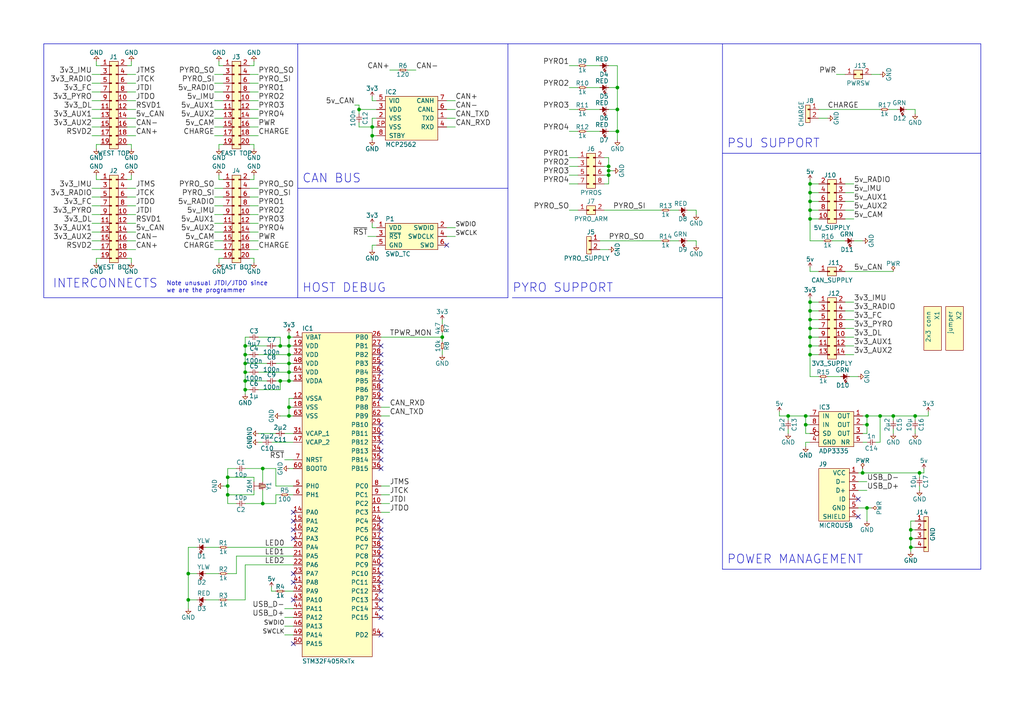
<source format=kicad_sch>
(kicad_sch (version 20230121) (generator eeschema)
  (paper "A4")
  (title_block (title "M3 Debug") (date "2016-02-10") (rev "1") (company "CU Spaceflight") (comment 1 "Drawn By: Adam Greig"))
  (junction (at 234.95 58.42))
  (junction (at 176.53 49.53))
  (junction (at 71.12 102.87))
  (junction (at 250.19 137.16))
  (junction (at 176.53 50.8))
  (junction (at 83.82 97.79))
  (junction (at 54.61 173.99))
  (junction (at 83.82 100.33))
  (junction (at 83.82 102.87))
  (junction (at 66.04 143.51))
  (junction (at 54.61 166.37))
  (junction (at 234.95 100.33))
  (junction (at 83.82 118.11))
  (junction (at 71.12 100.33))
  (junction (at 228.6 120.65))
  (junction (at 76.2 146.05))
  (junction (at 265.43 120.65))
  (junction (at 251.46 147.32))
  (junction (at 71.12 113.03))
  (junction (at 251.46 120.65))
  (junction (at 264.16 153.67))
  (junction (at 81.28 110.49))
  (junction (at 234.95 90.17))
  (junction (at 264.16 158.75))
  (junction (at 266.7 137.16))
  (junction (at 66.04 140.97))
  (junction (at 234.95 95.25))
  (junction (at 83.82 107.95))
  (junction (at 128.27 97.79))
  (junction (at 264.16 156.21))
  (junction (at 234.95 102.87))
  (junction (at 251.46 123.19))
  (junction (at 83.82 120.65))
  (junction (at 81.28 100.33))
  (junction (at 66.04 138.43))
  (junction (at 179.07 38.1))
  (junction (at 179.07 25.4))
  (junction (at 234.95 60.96))
  (junction (at 176.53 48.26))
  (junction (at 233.68 120.65))
  (junction (at 259.08 120.65))
  (junction (at 71.12 105.41))
  (junction (at 234.95 87.63))
  (junction (at 104.14 31.75))
  (junction (at 71.12 110.49))
  (junction (at 83.82 110.49))
  (junction (at 76.2 135.89))
  (junction (at 234.95 55.88))
  (junction (at 234.95 97.79))
  (junction (at 83.82 105.41))
  (junction (at 234.95 63.5))
  (junction (at 234.95 53.34))
  (junction (at 179.07 31.75))
  (junction (at 107.95 36.83))
  (junction (at 107.95 39.37))
  (junction (at 255.27 120.65))
  (junction (at 71.12 107.95))
  (junction (at 233.68 123.19))
  (junction (at 234.95 92.71))
  (no_connect (at 110.49 125.73))
  (no_connect (at 85.09 156.21))
  (no_connect (at 110.49 171.45))
  (no_connect (at 85.09 153.67))
  (no_connect (at 110.49 128.27))
  (no_connect (at 248.92 144.78))
  (no_connect (at 85.09 148.59))
  (no_connect (at 110.49 179.07))
  (no_connect (at 129.54 71.12))
  (no_connect (at 110.49 102.87))
  (no_connect (at 110.49 161.29))
  (no_connect (at 110.49 113.03))
  (no_connect (at 110.49 100.33))
  (no_connect (at 110.49 123.19))
  (no_connect (at 110.49 173.99))
  (no_connect (at 110.49 168.91))
  (no_connect (at 110.49 158.75))
  (no_connect (at 110.49 130.81))
  (no_connect (at 110.49 153.67))
  (no_connect (at 110.49 184.15))
  (no_connect (at 110.49 110.49))
  (no_connect (at 110.49 176.53))
  (no_connect (at 85.09 166.37))
  (no_connect (at 85.09 168.91))
  (no_connect (at 85.09 173.99))
  (no_connect (at 110.49 135.89))
  (no_connect (at 110.49 133.35))
  (no_connect (at 110.49 115.57))
  (no_connect (at 110.49 156.21))
  (no_connect (at 110.49 166.37))
  (no_connect (at 85.09 186.69))
  (no_connect (at 110.49 105.41))
  (no_connect (at 248.92 149.86))
  (no_connect (at 110.49 151.13))
  (no_connect (at 85.09 151.13))
  (no_connect (at 110.49 163.83))
  (no_connect (at 110.49 107.95))
  (wire (pts (xy 38.1 41.91) (xy 38.1 43.18)))
  (wire (pts (xy 259.08 125.73) (xy 259.08 124.46)))
  (wire (pts (xy 251.46 120.65) (xy 251.46 123.19)))
  (wire (pts (xy 76.2 139.7) (xy 76.2 135.89)))
  (wire (pts (xy 250.19 123.19) (xy 251.46 123.19)))
  (wire (pts (xy 29.21 74.93) (xy 27.94 74.93)))
  (wire (pts (xy 66.04 166.37) (xy 68.58 166.37)))
  (wire (pts (xy 38.1 52.07) (xy 38.1 50.8)))
  (wire (pts (xy 36.83 24.13) (xy 39.37 24.13)))
  (wire (pts (xy 71.12 173.99) (xy 71.12 163.83)))
  (wire (pts (xy 77.47 110.49) (xy 71.12 110.49)))
  (wire (pts (xy 64.77 54.61) (xy 62.23 54.61)))
  (wire (pts (xy 80.01 100.33) (xy 81.28 100.33)))
  (wire (pts (xy 83.82 96.52) (xy 83.82 97.79)))
  (wire (pts (xy 73.66 74.93) (xy 73.66 76.2)))
  (wire (pts (xy 36.83 69.85) (xy 39.37 69.85)))
  (wire (pts (xy 248.92 137.16) (xy 250.19 137.16)))
  (polyline (pts (xy 284.48 12.7) (xy 284.48 165.1)))
  (wire (pts (xy 107.95 34.29) (xy 107.95 36.83)))
  (wire (pts (xy 255.27 21.59) (xy 252.73 21.59)))
  (wire (pts (xy 234.95 102.87) (xy 234.95 109.22)))
  (wire (pts (xy 74.93 57.15) (xy 72.39 57.15)))
  (wire (pts (xy 54.61 158.75) (xy 54.61 166.37)))
  (wire (pts (xy 269.24 120.65) (xy 269.24 119.38)))
  (wire (pts (xy 57.15 158.75) (xy 54.61 158.75)))
  (wire (pts (xy 83.82 115.57) (xy 83.82 118.11)))
  (wire (pts (xy 29.21 59.69) (xy 26.67 59.69)))
  (wire (pts (xy 228.6 121.92) (xy 228.6 120.65)))
  (wire (pts (xy 36.83 26.67) (xy 39.37 26.67)))
  (wire (pts (xy 113.03 20.32) (xy 115.57 20.32)))
  (wire (pts (xy 29.21 57.15) (xy 26.67 57.15)))
  (wire (pts (xy 78.74 171.45) (xy 80.01 171.45)))
  (wire (pts (xy 265.43 153.67) (xy 264.16 153.67)))
  (wire (pts (xy 128.27 101.6) (xy 128.27 102.87)))
  (wire (pts (xy 265.43 120.65) (xy 269.24 120.65)))
  (wire (pts (xy 64.77 59.69) (xy 62.23 59.69)))
  (wire (pts (xy 102.87 30.48) (xy 104.14 30.48)))
  (wire (pts (xy 74.93 125.73) (xy 80.01 125.73)))
  (wire (pts (xy 83.82 105.41) (xy 83.82 107.95)))
  (wire (pts (xy 233.68 125.73) (xy 234.95 125.73)))
  (wire (pts (xy 237.49 95.25) (xy 234.95 95.25)))
  (wire (pts (xy 265.43 120.65) (xy 265.43 121.92)))
  (wire (pts (xy 234.95 63.5) (xy 237.49 63.5)))
  (wire (pts (xy 36.83 36.83) (xy 39.37 36.83)))
  (wire (pts (xy 62.23 39.37) (xy 64.77 39.37)))
  (wire (pts (xy 71.12 97.79) (xy 71.12 100.33)))
  (wire (pts (xy 80.01 135.89) (xy 80.01 140.97)))
  (polyline (pts (xy 86.36 86.36) (xy 86.36 12.7)))
  (wire (pts (xy 226.06 119.38) (xy 226.06 120.65)))
  (wire (pts (xy 248.92 142.24) (xy 251.46 142.24)))
  (wire (pts (xy 250.19 120.65) (xy 251.46 120.65)))
  (wire (pts (xy 107.95 64.77) (xy 107.95 66.04)))
  (wire (pts (xy 201.93 69.85) (xy 201.93 71.12)))
  (wire (pts (xy 251.46 147.32) (xy 251.46 151.13)))
  (wire (pts (xy 66.04 140.97) (xy 64.77 140.97)))
  (wire (pts (xy 234.95 102.87) (xy 237.49 102.87)))
  (wire (pts (xy 170.18 38.1) (xy 173.99 38.1)))
  (polyline (pts (xy 209.55 44.45) (xy 284.48 44.45)))
  (wire (pts (xy 176.53 50.8) (xy 176.53 53.34)))
  (wire (pts (xy 128.27 96.52) (xy 128.27 97.79)))
  (wire (pts (xy 36.83 29.21) (xy 39.37 29.21)))
  (wire (pts (xy 27.94 50.8) (xy 27.94 52.07)))
  (wire (pts (xy 234.95 53.34) (xy 237.49 53.34)))
  (wire (pts (xy 36.83 21.59) (xy 39.37 21.59)))
  (wire (pts (xy 170.18 19.05) (xy 173.99 19.05)))
  (wire (pts (xy 176.53 49.53) (xy 177.8 49.53)))
  (wire (pts (xy 81.28 110.49) (xy 83.82 110.49)))
  (wire (pts (xy 234.95 123.19) (xy 233.68 123.19)))
  (wire (pts (xy 64.77 21.59) (xy 62.23 21.59)))
  (wire (pts (xy 179.07 38.1) (xy 176.53 38.1)))
  (wire (pts (xy 255.27 31.75) (xy 237.49 31.75)))
  (polyline (pts (xy 209.55 12.7) (xy 209.55 165.1)))
  (wire (pts (xy 63.5 52.07) (xy 63.5 50.8)))
  (wire (pts (xy 72.39 21.59) (xy 74.93 21.59)))
  (wire (pts (xy 64.77 52.07) (xy 63.5 52.07)))
  (wire (pts (xy 82.55 176.53) (xy 85.09 176.53)))
  (wire (pts (xy 110.49 118.11) (xy 113.03 118.11)))
  (wire (pts (xy 255.27 120.65) (xy 259.08 120.65)))
  (wire (pts (xy 29.21 21.59) (xy 26.67 21.59)))
  (wire (pts (xy 29.21 41.91) (xy 27.94 41.91)))
  (wire (pts (xy 247.65 69.85) (xy 250.19 69.85)))
  (wire (pts (xy 234.95 60.96) (xy 234.95 63.5)))
  (wire (pts (xy 72.39 102.87) (xy 71.12 102.87)))
  (wire (pts (xy 74.93 113.03) (xy 81.28 113.03)))
  (wire (pts (xy 107.95 39.37) (xy 107.95 40.64)))
  (wire (pts (xy 63.5 19.05) (xy 63.5 17.78)))
  (wire (pts (xy 266.7 137.16) (xy 267.97 137.16)))
  (wire (pts (xy 234.95 92.71) (xy 234.95 95.25)))
  (wire (pts (xy 234.95 78.74) (xy 234.95 77.47)))
  (wire (pts (xy 81.28 113.03) (xy 81.28 110.49)))
  (wire (pts (xy 245.11 53.34) (xy 247.65 53.34)))
  (wire (pts (xy 72.39 31.75) (xy 74.93 31.75)))
  (wire (pts (xy 72.39 107.95) (xy 71.12 107.95)))
  (wire (pts (xy 129.54 68.58) (xy 132.08 68.58)))
  (wire (pts (xy 104.14 31.75) (xy 109.22 31.75)))
  (wire (pts (xy 26.67 69.85) (xy 29.21 69.85)))
  (wire (pts (xy 72.39 64.77) (xy 74.93 64.77)))
  (wire (pts (xy 228.6 120.65) (xy 233.68 120.65)))
  (wire (pts (xy 66.04 138.43) (xy 66.04 140.97)))
  (wire (pts (xy 83.82 97.79) (xy 83.82 100.33)))
  (wire (pts (xy 176.53 25.4) (xy 179.07 25.4)))
  (wire (pts (xy 85.09 179.07) (xy 82.55 179.07)))
  (wire (pts (xy 54.61 173.99) (xy 54.61 176.53)))
  (wire (pts (xy 247.65 60.96) (xy 245.11 60.96)))
  (wire (pts (xy 64.77 31.75) (xy 62.23 31.75)))
  (wire (pts (xy 251.46 128.27) (xy 250.19 128.27)))
  (wire (pts (xy 72.39 72.39) (xy 74.93 72.39)))
  (wire (pts (xy 104.14 31.75) (xy 104.14 33.02)))
  (wire (pts (xy 29.21 67.31) (xy 26.67 67.31)))
  (wire (pts (xy 237.49 100.33) (xy 234.95 100.33)))
  (wire (pts (xy 251.46 147.32) (xy 252.73 147.32)))
  (wire (pts (xy 107.95 29.21) (xy 107.95 27.94)))
  (wire (pts (xy 74.93 97.79) (xy 81.28 97.79)))
  (wire (pts (xy 29.21 24.13) (xy 26.67 24.13)))
  (wire (pts (xy 113.03 120.65) (xy 110.49 120.65)))
  (wire (pts (xy 82.55 171.45) (xy 85.09 171.45)))
  (wire (pts (xy 251.46 120.65) (xy 255.27 120.65)))
  (wire (pts (xy 247.65 55.88) (xy 245.11 55.88)))
  (wire (pts (xy 237.49 60.96) (xy 234.95 60.96)))
  (wire (pts (xy 71.12 135.89) (xy 76.2 135.89)))
  (wire (pts (xy 66.04 135.89) (xy 66.04 138.43)))
  (wire (pts (xy 107.95 36.83) (xy 109.22 36.83)))
  (wire (pts (xy 109.22 34.29) (xy 107.95 34.29)))
  (wire (pts (xy 81.28 97.79) (xy 81.28 100.33)))
  (wire (pts (xy 234.95 109.22) (xy 237.49 109.22)))
  (wire (pts (xy 74.93 69.85) (xy 72.39 69.85)))
  (wire (pts (xy 129.54 66.04) (xy 132.08 66.04)))
  (wire (pts (xy 199.39 60.96) (xy 201.93 60.96)))
  (polyline (pts (xy 12.7 12.7) (xy 284.48 12.7)))
  (wire (pts (xy 66.04 173.99) (xy 71.12 173.99)))
  (wire (pts (xy 245.11 95.25) (xy 247.65 95.25)))
  (wire (pts (xy 104.14 36.83) (xy 107.95 36.83)))
  (wire (pts (xy 80.01 143.51) (xy 80.01 146.05)))
  (wire (pts (xy 68.58 161.29) (xy 85.09 161.29)))
  (wire (pts (xy 73.66 143.51) (xy 66.04 143.51)))
  (wire (pts (xy 234.95 69.85) (xy 238.76 69.85)))
  (wire (pts (xy 109.22 29.21) (xy 107.95 29.21)))
  (wire (pts (xy 250.19 137.16) (xy 250.19 135.89)))
  (wire (pts (xy 234.95 92.71) (xy 237.49 92.71)))
  (wire (pts (xy 36.83 31.75) (xy 39.37 31.75)))
  (wire (pts (xy 170.18 25.4) (xy 173.99 25.4)))
  (wire (pts (xy 72.39 67.31) (xy 74.93 67.31)))
  (wire (pts (xy 241.3 69.85) (xy 245.11 69.85)))
  (wire (pts (xy 72.39 74.93) (xy 73.66 74.93)))
  (wire (pts (xy 66.04 140.97) (xy 66.04 143.51)))
  (wire (pts (xy 234.95 97.79) (xy 237.49 97.79)))
  (wire (pts (xy 250.19 137.16) (xy 266.7 137.16)))
  (wire (pts (xy 165.1 19.05) (xy 167.64 19.05)))
  (wire (pts (xy 29.21 34.29) (xy 26.67 34.29)))
  (wire (pts (xy 234.95 63.5) (xy 234.95 69.85)))
  (wire (pts (xy 234.95 90.17) (xy 234.95 92.71)))
  (wire (pts (xy 27.94 74.93) (xy 27.94 76.2)))
  (wire (pts (xy 73.66 19.05) (xy 73.66 17.78)))
  (wire (pts (xy 251.46 125.73) (xy 250.19 125.73)))
  (wire (pts (xy 128.27 97.79) (xy 128.27 99.06)))
  (wire (pts (xy 248.92 147.32) (xy 251.46 147.32)))
  (wire (pts (xy 104.14 35.56) (xy 104.14 36.83)))
  (wire (pts (xy 109.22 39.37) (xy 107.95 39.37)))
  (wire (pts (xy 29.21 62.23) (xy 26.67 62.23)))
  (wire (pts (xy 176.53 50.8) (xy 175.26 50.8)))
  (wire (pts (xy 83.82 135.89) (xy 85.09 135.89)))
  (wire (pts (xy 85.09 115.57) (xy 83.82 115.57)))
  (wire (pts (xy 64.77 26.67) (xy 62.23 26.67)))
  (wire (pts (xy 165.1 48.26) (xy 167.64 48.26)))
  (wire (pts (xy 62.23 57.15) (xy 64.77 57.15)))
  (wire (pts (xy 72.39 52.07) (xy 73.66 52.07)))
  (wire (pts (xy 262.89 31.75) (xy 265.43 31.75)))
  (wire (pts (xy 62.23 62.23) (xy 64.77 62.23)))
  (wire (pts (xy 36.83 62.23) (xy 39.37 62.23)))
  (wire (pts (xy 259.08 120.65) (xy 265.43 120.65)))
  (wire (pts (xy 234.95 53.34) (xy 234.95 55.88)))
  (wire (pts (xy 66.04 143.51) (xy 66.04 146.05)))
  (wire (pts (xy 74.93 128.27) (xy 76.2 128.27)))
  (wire (pts (xy 72.39 54.61) (xy 74.93 54.61)))
  (wire (pts (xy 71.12 146.05) (xy 76.2 146.05)))
  (wire (pts (xy 234.95 87.63) (xy 234.95 90.17)))
  (wire (pts (xy 63.5 166.37) (xy 59.69 166.37)))
  (polyline (pts (xy 12.7 86.36) (xy 147.32 86.36)))
  (wire (pts (xy 72.39 59.69) (xy 74.93 59.69)))
  (wire (pts (xy 247.65 87.63) (xy 245.11 87.63)))
  (wire (pts (xy 233.68 120.65) (xy 234.95 120.65)))
  (wire (pts (xy 176.53 19.05) (xy 179.07 19.05)))
  (wire (pts (xy 26.67 36.83) (xy 29.21 36.83)))
  (wire (pts (xy 80.01 140.97) (xy 85.09 140.97)))
  (wire (pts (xy 81.28 120.65) (xy 83.82 120.65)))
  (wire (pts (xy 245.11 58.42) (xy 247.65 58.42)))
  (wire (pts (xy 72.39 34.29) (xy 74.93 34.29)))
  (wire (pts (xy 237.49 55.88) (xy 234.95 55.88)))
  (wire (pts (xy 179.07 38.1) (xy 179.07 40.64)))
  (wire (pts (xy 29.21 31.75) (xy 26.67 31.75)))
  (wire (pts (xy 165.1 60.96) (xy 167.64 60.96)))
  (wire (pts (xy 167.64 25.4) (xy 165.1 25.4)))
  (wire (pts (xy 234.95 86.36) (xy 234.95 87.63)))
  (wire (pts (xy 129.54 34.29) (xy 132.08 34.29)))
  (wire (pts (xy 83.82 97.79) (xy 85.09 97.79)))
  (wire (pts (xy 165.1 50.8) (xy 167.64 50.8)))
  (wire (pts (xy 234.95 58.42) (xy 234.95 60.96)))
  (wire (pts (xy 240.03 109.22) (xy 243.84 109.22)))
  (wire (pts (xy 245.11 78.74) (xy 259.08 78.74)))
  (wire (pts (xy 57.15 173.99) (xy 54.61 173.99)))
  (wire (pts (xy 179.07 31.75) (xy 176.53 31.75)))
  (wire (pts (xy 265.43 151.13) (xy 264.16 151.13)))
  (wire (pts (xy 266.7 140.97) (xy 266.7 142.24)))
  (wire (pts (xy 233.68 123.19) (xy 233.68 125.73)))
  (wire (pts (xy 83.82 118.11) (xy 83.82 120.65)))
  (wire (pts (xy 36.83 54.61) (xy 39.37 54.61)))
  (wire (pts (xy 64.77 36.83) (xy 62.23 36.83)))
  (wire (pts (xy 83.82 102.87) (xy 85.09 102.87)))
  (wire (pts (xy 255.27 128.27) (xy 255.27 120.65)))
  (wire (pts (xy 259.08 120.65) (xy 259.08 121.92)))
  (wire (pts (xy 179.07 31.75) (xy 179.07 38.1)))
  (wire (pts (xy 165.1 38.1) (xy 167.64 38.1)))
  (wire (pts (xy 194.31 60.96) (xy 196.85 60.96)))
  (wire (pts (xy 77.47 100.33) (xy 71.12 100.33)))
  (wire (pts (xy 254 128.27) (xy 255.27 128.27)))
  (wire (pts (xy 71.12 100.33) (xy 71.12 102.87)))
  (wire (pts (xy 129.54 36.83) (xy 132.08 36.83)))
  (wire (pts (xy 73.66 52.07) (xy 73.66 50.8)))
  (wire (pts (xy 73.66 41.91) (xy 73.66 43.18)))
  (wire (pts (xy 179.07 19.05) (xy 179.07 25.4)))
  (wire (pts (xy 176.53 48.26) (xy 176.53 49.53)))
  (wire (pts (xy 237.49 34.29) (xy 240.03 34.29)))
  (wire (pts (xy 64.77 41.91) (xy 63.5 41.91)))
  (wire (pts (xy 62.23 67.31) (xy 64.77 67.31)))
  (wire (pts (xy 74.93 29.21) (xy 72.39 29.21)))
  (wire (pts (xy 83.82 110.49) (xy 85.09 110.49)))
  (wire (pts (xy 265.43 31.75) (xy 265.43 33.02)))
  (wire (pts (xy 36.83 52.07) (xy 38.1 52.07)))
  (wire (pts (xy 264.16 156.21) (xy 265.43 156.21)))
  (wire (pts (xy 74.93 24.13) (xy 72.39 24.13)))
  (wire (pts (xy 36.83 41.91) (xy 38.1 41.91)))
  (wire (pts (xy 36.83 67.31) (xy 39.37 67.31)))
  (wire (pts (xy 85.09 118.11) (xy 83.82 118.11)))
  (wire (pts (xy 199.39 69.85) (xy 201.93 69.85)))
  (wire (pts (xy 27.94 17.78) (xy 27.94 19.05)))
  (wire (pts (xy 201.93 60.96) (xy 201.93 62.23)))
  (wire (pts (xy 247.65 92.71) (xy 245.11 92.71)))
  (wire (pts (xy 234.95 87.63) (xy 237.49 87.63)))
  (wire (pts (xy 234.95 52.07) (xy 234.95 53.34)))
  (wire (pts (xy 234.95 78.74) (xy 237.49 78.74)))
  (wire (pts (xy 173.99 69.85) (xy 191.77 69.85)))
  (wire (pts (xy 73.66 138.43) (xy 66.04 138.43)))
  (wire (pts (xy 36.83 39.37) (xy 39.37 39.37)))
  (wire (pts (xy 179.07 25.4) (xy 179.07 31.75)))
  (wire (pts (xy 63.5 74.93) (xy 63.5 76.2)))
  (wire (pts (xy 72.39 39.37) (xy 74.93 39.37)))
  (wire (pts (xy 62.23 24.13) (xy 64.77 24.13)))
  (wire (pts (xy 62.23 34.29) (xy 64.77 34.29)))
  (wire (pts (xy 64.77 74.93) (xy 63.5 74.93)))
  (wire (pts (xy 72.39 41.91) (xy 73.66 41.91)))
  (wire (pts (xy 110.49 143.51) (xy 113.03 143.51)))
  (wire (pts (xy 113.03 140.97) (xy 110.49 140.97)))
  (wire (pts (xy 64.77 19.05) (xy 63.5 19.05)))
  (wire (pts (xy 71.12 107.95) (xy 71.12 110.49)))
  (wire (pts (xy 107.95 36.83) (xy 107.95 39.37)))
  (wire (pts (xy 257.81 31.75) (xy 260.35 31.75)))
  (wire (pts (xy 71.12 102.87) (xy 71.12 105.41)))
  (wire (pts (xy 264.16 156.21) (xy 264.16 158.75)))
  (wire (pts (xy 54.61 166.37) (xy 54.61 173.99)))
  (wire (pts (xy 247.65 102.87) (xy 245.11 102.87)))
  (wire (pts (xy 77.47 105.41) (xy 71.12 105.41)))
  (wire (pts (xy 167.64 31.75) (xy 165.1 31.75)))
  (wire (pts (xy 234.95 128.27) (xy 233.68 128.27)))
  (wire (pts (xy 83.82 100.33) (xy 85.09 100.33)))
  (wire (pts (xy 228.6 125.73) (xy 228.6 124.46)))
  (wire (pts (xy 78.74 170.18) (xy 78.74 171.45)))
  (wire (pts (xy 246.38 109.22) (xy 248.92 109.22)))
  (wire (pts (xy 173.99 31.75) (xy 170.18 31.75)))
  (polyline (pts (xy 148.59 86.36) (xy 209.55 86.36)))
  (wire (pts (xy 62.23 29.21) (xy 64.77 29.21)))
  (wire (pts (xy 245.11 63.5) (xy 247.65 63.5)))
  (wire (pts (xy 83.82 105.41) (xy 85.09 105.41)))
  (wire (pts (xy 36.83 19.05) (xy 38.1 19.05)))
  (wire (pts (xy 248.92 139.7) (xy 251.46 139.7)))
  (wire (pts (xy 66.04 146.05) (xy 68.58 146.05)))
  (wire (pts (xy 74.93 62.23) (xy 72.39 62.23)))
  (wire (pts (xy 76.2 142.24) (xy 76.2 146.05)))
  (polyline (pts (xy 86.36 54.61) (xy 147.32 54.61)))
  (wire (pts (xy 38.1 74.93) (xy 38.1 76.2)))
  (wire (pts (xy 233.68 120.65) (xy 233.68 123.19)))
  (wire (pts (xy 165.1 53.34) (xy 167.64 53.34)))
  (wire (pts (xy 265.43 125.73) (xy 265.43 124.46)))
  (wire (pts (xy 264.16 158.75) (xy 264.16 160.02)))
  (wire (pts (xy 247.65 97.79) (xy 245.11 97.79)))
  (wire (pts (xy 234.95 95.25) (xy 234.95 97.79)))
  (wire (pts (xy 113.03 146.05) (xy 110.49 146.05)))
  (wire (pts (xy 38.1 19.05) (xy 38.1 17.78)))
  (wire (pts (xy 36.83 59.69) (xy 39.37 59.69)))
  (polyline (pts (xy 12.7 12.7) (xy 12.7 86.36)))
  (wire (pts (xy 29.21 64.77) (xy 26.67 64.77)))
  (polyline (pts (xy 284.48 165.1) (xy 209.55 165.1)))
  (wire (pts (xy 73.66 142.24) (xy 73.66 143.51)))
  (wire (pts (xy 109.22 68.58) (xy 106.68 68.58)))
  (wire (pts (xy 267.97 137.16) (xy 267.97 135.89)))
  (wire (pts (xy 57.15 166.37) (xy 54.61 166.37)))
  (wire (pts (xy 83.82 107.95) (xy 83.82 110.49)))
  (wire (pts (xy 165.1 45.72) (xy 167.64 45.72)))
  (wire (pts (xy 129.54 31.75) (xy 132.08 31.75)))
  (wire (pts (xy 85.09 128.27) (xy 78.74 128.27)))
  (wire (pts (xy 107.95 66.04) (xy 109.22 66.04)))
  (wire (pts (xy 71.12 113.03) (xy 71.12 114.3)))
  (wire (pts (xy 82.55 184.15) (xy 85.09 184.15)))
  (wire (pts (xy 63.5 173.99) (xy 59.69 173.99)))
  (wire (pts (xy 29.21 54.61) (xy 26.67 54.61)))
  (wire (pts (xy 76.2 135.89) (xy 80.01 135.89)))
  (wire (pts (xy 74.93 107.95) (xy 83.82 107.95)))
  (wire (pts (xy 62.23 72.39) (xy 64.77 72.39)))
  (wire (pts (xy 128.27 92.71) (xy 128.27 93.98)))
  (wire (pts (xy 176.53 45.72) (xy 176.53 48.26)))
  (wire (pts (xy 71.12 163.83) (xy 85.09 163.83)))
  (wire (pts (xy 176.53 53.34) (xy 175.26 53.34)))
  (wire (pts (xy 245.11 100.33) (xy 247.65 100.33)))
  (wire (pts (xy 64.77 64.77) (xy 62.23 64.77)))
  (wire (pts (xy 129.54 29.21) (xy 132.08 29.21)))
  (wire (pts (xy 76.2 146.05) (xy 80.01 146.05)))
  (wire (pts (xy 107.95 71.12) (xy 109.22 71.12)))
  (wire (pts (xy 251.46 123.19) (xy 251.46 125.73)))
  (wire (pts (xy 175.26 45.72) (xy 176.53 45.72)))
  (wire (pts (xy 68.58 166.37) (xy 68.58 161.29)))
  (wire (pts (xy 176.53 72.39) (xy 173.99 72.39)))
  (polyline (pts (xy 147.32 86.36) (xy 147.32 12.7)))
  (wire (pts (xy 194.31 69.85) (xy 196.85 69.85)))
  (wire (pts (xy 27.94 52.07) (xy 29.21 52.07)))
  (wire (pts (xy 233.68 128.27) (xy 233.68 129.54)))
  (wire (pts (xy 29.21 72.39) (xy 26.67 72.39)))
  (wire (pts (xy 36.83 74.93) (xy 38.1 74.93)))
  (wire (pts (xy 266.7 137.16) (xy 266.7 138.43)))
  (wire (pts (xy 82.55 125.73) (xy 85.09 125.73)))
  (wire (pts (xy 27.94 19.05) (xy 29.21 19.05)))
  (wire (pts (xy 83.82 100.33) (xy 83.82 102.87)))
  (wire (pts (xy 72.39 19.05) (xy 73.66 19.05)))
  (wire (pts (xy 234.95 55.88) (xy 234.95 58.42)))
  (wire (pts (xy 71.12 110.49) (xy 71.12 113.03)))
  (wire (pts (xy 234.95 90.17) (xy 237.49 90.17)))
  (wire (pts (xy 36.83 64.77) (xy 39.37 64.77)))
  (wire (pts (xy 83.82 120.65) (xy 85.09 120.65)))
  (wire (pts (xy 104.14 30.48) (xy 104.14 31.75)))
  (wire (pts (xy 128.27 97.79) (xy 110.49 97.79)))
  (wire (pts (xy 110.49 148.59) (xy 113.03 148.59)))
  (wire (pts (xy 107.95 72.39) (xy 107.95 71.12)))
  (wire (pts (xy 83.82 102.87) (xy 83.82 105.41)))
  (wire (pts (xy 83.82 107.95) (xy 85.09 107.95)))
  (wire (pts (xy 29.21 26.67) (xy 26.67 26.67)))
  (wire (pts (xy 72.39 113.03) (xy 71.12 113.03)))
  (wire (pts (xy 63.5 41.91) (xy 63.5 43.18)))
  (wire (pts (xy 36.83 72.39) (xy 39.37 72.39)))
  (wire (pts (xy 82.55 133.35) (xy 85.09 133.35)))
  (wire (pts (xy 64.77 69.85) (xy 62.23 69.85)))
  (wire (pts (xy 176.53 49.53) (xy 176.53 50.8)))
  (wire (pts (xy 36.83 34.29) (xy 39.37 34.29)))
  (wire (pts (xy 242.57 21.59) (xy 245.11 21.59)))
  (wire (pts (xy 245.11 90.17) (xy 247.65 90.17)))
  (wire (pts (xy 68.58 135.89) (xy 66.04 135.89)))
  (wire (pts (xy 80.01 110.49) (xy 81.28 110.49)))
  (wire (pts (xy 234.95 58.42) (xy 237.49 58.42)))
  (wire (pts (xy 66.04 158.75) (xy 85.09 158.75)))
  (wire (pts (xy 73.66 139.7) (xy 73.66 138.43)))
  (wire (pts (xy 74.93 102.87) (xy 83.82 102.87)))
  (wire (pts (xy 81.28 100.33) (xy 83.82 100.33)))
  (wire (pts (xy 175.26 60.96) (xy 191.77 60.96)))
  (wire (pts (xy 71.12 105.41) (xy 71.12 107.95)))
  (wire (pts (xy 72.39 97.79) (xy 71.12 97.79)))
  (wire (pts (xy 27.94 41.91) (xy 27.94 43.18)))
  (wire (pts (xy 264.16 153.67) (xy 264.16 156.21)))
  (wire (pts (xy 72.39 26.67) (xy 74.93 26.67)))
  (wire (pts (xy 36.83 57.15) (xy 39.37 57.15)))
  (wire (pts (xy 29.21 29.21) (xy 26.67 29.21)))
  (wire (pts (xy 81.28 143.51) (xy 80.01 143.51)))
  (wire (pts (xy 175.26 48.26) (xy 176.53 48.26)))
  (wire (pts (xy 226.06 120.65) (xy 228.6 120.65)))
  (wire (pts (xy 118.11 20.32) (xy 120.65 20.32)))
  (wire (pts (xy 265.43 158.75) (xy 264.16 158.75)))
  (wire (pts (xy 63.5 158.75) (xy 59.69 158.75)))
  (wire (pts (xy 80.01 105.41) (xy 83.82 105.41)))
  (wire (pts (xy 264.16 151.13) (xy 264.16 153.67)))
  (wire (pts (xy 234.95 100.33) (xy 234.95 102.87)))
  (wire (pts (xy 74.93 36.83) (xy 72.39 36.83)))
  (wire (pts (xy 29.21 39.37) (xy 26.67 39.37)))
  (wire (pts (xy 85.09 181.61) (xy 82.55 181.61)))
  (wire (pts (xy 234.95 97.79) (xy 234.95 100.33)))
  (wire (pts (xy 85.09 143.51) (xy 83.82 143.51)))
  (text "HOST DEBUG" (at 87.63 85.09 0) (effects (font (size 2.54 2.54)) (justify left bottom)))
  (text "CAN BUS" (at 87.63 53.34 0) (effects (font (size 2.54 2.54)) (justify left bottom)))
  (text "PSU SUPPORT" (at 210.82 43.18 0) (effects (font (size 2.54 2.54)) (justify left bottom)))
  (text "PYRO SUPPORT" (at 148.59 85.09 0) (effects (font (size 2.54 2.54)) (justify left bottom)))
  (text "POWER MANAGEMENT" (at 210.82 163.83 0) (effects (font (size 2.54 2.54)) (justify left bottom)))
  (text "Note unusual JTDI/JTDO since\nwe are the programmer" (at 48.26 85.09 0) (effects (font (size 1.27 1.27)) (justify left bottom)))
  (text "INTERCONNECTS" (at 15.24 83.82 0) (effects (font (size 2.54 2.54)) (justify left bottom)))
  (label "PYRO2" (at 165.1 25.4 180) (effects (font (size 1.524 1.524))))
  (label "USB_D-" (at 82.55 176.53 180) (effects (font (size 1.524 1.524))))
  (label "3v3_DL" (at 26.67 31.75 180) (effects (font (size 1.524 1.524))))
  (label "JTMS" (at 39.37 21.59 0) (effects (font (size 1.524 1.524))))
  (label "PWR" (at 74.93 36.83 0) (effects (font (size 1.524 1.524))))
  (label "SWDIO" (at 132.08 66.04 0))
  (label "USB_D+" (at 251.46 142.24 0) (effects (font (size 1.524 1.524))))
  (label "JTMS" (at 39.37 54.61 0) (effects (font (size 1.524 1.524))))
  (label "CHARGE" (at 62.23 39.37 180) (effects (font (size 1.524 1.524))))
  (label "PYRO4" (at 165.1 38.1 180) (effects (font (size 1.524 1.524))))
  (label "5v_IMU" (at 247.65 55.88 0) (effects (font (size 1.524 1.524))))
  (label "3v3_RADIO" (at 247.65 90.17 0) (effects (font (size 1.524 1.524))))
  (label "PYRO_SI" (at 62.23 57.15 180) (effects (font (size 1.524 1.524))))
  (label "PYRO_SO" (at 74.93 21.59 0) (effects (font (size 1.524 1.524))))
  (label "5v_AUX1" (at 62.23 64.77 180) (effects (font (size 1.524 1.524))))
  (label "JTDO" (at 113.03 148.59 0) (effects (font (size 1.524 1.524))))
  (label "PWR" (at 242.57 21.59 180) (effects (font (size 1.524 1.524))))
  (label "PYRO2" (at 165.1 48.26 180) (effects (font (size 1.524 1.524))))
  (label "3v3_DL" (at 247.65 97.79 0) (effects (font (size 1.524 1.524))))
  (label "LED2" (at 82.55 163.83 180) (effects (font (size 1.524 1.524))))
  (label "LED1" (at 82.55 161.29 180) (effects (font (size 1.524 1.524))))
  (label "5v_CAM" (at 62.23 36.83 180) (effects (font (size 1.524 1.524))))
  (label "LED0" (at 82.55 158.75 180) (effects (font (size 1.524 1.524))))
  (label "3v3_AUX1" (at 26.67 67.31 180) (effects (font (size 1.524 1.524))))
  (label "PYRO1" (at 165.1 19.05 180) (effects (font (size 1.524 1.524))))
  (label "CAN-" (at 132.08 31.75 0) (effects (font (size 1.524 1.524))))
  (label "JTDO" (at 39.37 29.21 0) (effects (font (size 1.524 1.524))))
  (label "3v3_RADIO" (at 26.67 24.13 180) (effects (font (size 1.524 1.524))))
  (label "PYRO_SO" (at 165.1 60.96 180) (effects (font (size 1.524 1.524))))
  (label "5v_CAN" (at 102.87 30.48 180) (effects (font (size 1.524 1.524))))
  (label "JTMS" (at 113.03 140.97 0) (effects (font (size 1.524 1.524))))
  (label "PYRO4" (at 165.1 53.34 180) (effects (font (size 1.524 1.524))))
  (label "JTDI" (at 39.37 62.23 0) (effects (font (size 1.524 1.524))))
  (label "CAN+" (at 113.03 20.32 180) (effects (font (size 1.524 1.524))))
  (label "PYRO3" (at 165.1 31.75 180) (effects (font (size 1.524 1.524))))
  (label "CHARGE" (at 74.93 72.39 0) (effects (font (size 1.524 1.524))))
  (label "5v_CAM" (at 247.65 63.5 0) (effects (font (size 1.524 1.524))))
  (label "3v3_FC" (at 247.65 92.71 0) (effects (font (size 1.524 1.524))))
  (label "PWR" (at 74.93 69.85 0) (effects (font (size 1.524 1.524))))
  (label "JTCK" (at 39.37 57.15 0) (effects (font (size 1.524 1.524))))
  (label "5v_RADIO" (at 62.23 26.67 180) (effects (font (size 1.524 1.524))))
  (label "3v3_AUX1" (at 26.67 34.29 180) (effects (font (size 1.524 1.524))))
  (label "3v3_AUX2" (at 26.67 69.85 180) (effects (font (size 1.524 1.524))))
  (label "RSVD1" (at 39.37 64.77 0) (effects (font (size 1.524 1.524))))
  (label "3v3_PYRO" (at 247.65 95.25 0) (effects (font (size 1.524 1.524))))
  (label "3v3_AUX2" (at 247.65 102.87 0) (effects (font (size 1.524 1.524))))
  (label "PYRO4" (at 74.93 67.31 0) (effects (font (size 1.524 1.524))))
  (label "CHARGE" (at 240.03 31.75 0) (effects (font (size 1.524 1.524))))
  (label "5v_AUX1" (at 62.23 31.75 180) (effects (font (size 1.524 1.524))))
  (label "CAN-" (at 39.37 36.83 0) (effects (font (size 1.524 1.524))))
  (label "TPWR_MON" (at 113.03 97.79 0) (effects (font (size 1.524 1.524))))
  (label "CHARGE" (at 74.93 39.37 0) (effects (font (size 1.524 1.524))))
  (label "CHARGE" (at 62.23 72.39 180) (effects (font (size 1.524 1.524))))
  (label "JTCK" (at 113.03 143.51 0) (effects (font (size 1.524 1.524))))
  (label "~{RST}" (at 82.55 133.35 180) (effects (font (size 1.524 1.524))))
  (label "CAN_TXD" (at 132.08 34.29 0) (effects (font (size 1.524 1.524))))
  (label "5v_CAM" (at 62.23 69.85 180) (effects (font (size 1.524 1.524))))
  (label "3v3_IMU" (at 247.65 87.63 0) (effects (font (size 1.524 1.524))))
  (label "~{RST}" (at 106.68 68.58 180) (effects (font (size 1.524 1.524))))
  (label "3v3_RADIO" (at 26.67 57.15 180) (effects (font (size 1.524 1.524))))
  (label "PYRO1" (at 74.93 26.67 0) (effects (font (size 1.524 1.524))))
  (label "5v_AUX2" (at 62.23 67.31 180) (effects (font (size 1.524 1.524))))
  (label "SWDIO" (at 82.55 181.61 180))
  (label "USB_D-" (at 251.46 139.7 0) (effects (font (size 1.524 1.524))))
  (label "PYRO2" (at 74.93 62.23 0) (effects (font (size 1.524 1.524))))
  (label "PYRO_SO" (at 62.23 54.61 180) (effects (font (size 1.524 1.524))))
  (label "PYRO3" (at 74.93 31.75 0) (effects (font (size 1.524 1.524))))
  (label "PYRO1" (at 165.1 45.72 180) (effects (font (size 1.524 1.524))))
  (label "3v3_IMU" (at 26.67 21.59 180) (effects (font (size 1.524 1.524))))
  (label "3v3_FC" (at 26.67 26.67 180) (effects (font (size 1.524 1.524))))
  (label "PYRO_SI" (at 74.93 24.13 0) (effects (font (size 1.524 1.524))))
  (label "JTCK" (at 39.37 24.13 0) (effects (font (size 1.524 1.524))))
  (label "PYRO_SO" (at 62.23 21.59 180) (effects (font (size 1.524 1.524))))
  (label "USB_D+" (at 82.55 179.07 180) (effects (font (size 1.524 1.524))))
  (label "PYRO_SI" (at 62.23 24.13 180) (effects (font (size 1.524 1.524))))
  (label "PYRO3" (at 165.1 50.8 180) (effects (font (size 1.524 1.524))))
  (label "SWCLK" (at 132.08 68.58 0))
  (label "PYRO4" (at 74.93 34.29 0) (effects (font (size 1.524 1.524))))
  (label "JTDI" (at 113.03 146.05 0) (effects (font (size 1.524 1.524))))
  (label "PYRO1" (at 74.93 59.69 0) (effects (font (size 1.524 1.524))))
  (label "3v3_AUX1" (at 247.65 100.33 0) (effects (font (size 1.524 1.524))))
  (label "5v_CAN" (at 247.65 78.74 0) (effects (font (size 1.524 1.524))))
  (label "SWCLK" (at 82.55 184.15 180))
  (label "PYRO_SO" (at 176.53 69.85 0) (effects (font (size 1.524 1.524))))
  (label "3v3_PYRO" (at 26.67 62.23 180) (effects (font (size 1.524 1.524))))
  (label "PYRO3" (at 74.93 64.77 0) (effects (font (size 1.524 1.524))))
  (label "JTDO" (at 39.37 59.69 0) (effects (font (size 1.524 1.524))))
  (label "CAN+" (at 132.08 29.21 0) (effects (font (size 1.524 1.524))))
  (label "CAN+" (at 39.37 72.39 0) (effects (font (size 1.524 1.524))))
  (label "JTDI" (at 39.37 26.67 0) (effects (font (size 1.524 1.524))))
  (label "5v_IMU" (at 62.23 29.21 180) (effects (font (size 1.524 1.524))))
  (label "5v_RADIO" (at 247.65 53.34 0) (effects (font (size 1.524 1.524))))
  (label "CAN_RXD" (at 132.08 36.83 0) (effects (font (size 1.524 1.524))))
  (label "5v_RADIO" (at 62.23 59.69 180) (effects (font (size 1.524 1.524))))
  (label "CAN-" (at 39.37 69.85 0) (effects (font (size 1.524 1.524))))
  (label "5v_AUX2" (at 247.65 60.96 0) (effects (font (size 1.524 1.524))))
  (label "3v3_FC" (at 26.67 59.69 180) (effects (font (size 1.524 1.524))))
  (label "RSVD1" (at 39.37 31.75 0) (effects (font (size 1.524 1.524))))
  (label "5v_AUX2" (at 62.23 34.29 180) (effects (font (size 1.524 1.524))))
  (label "5v_CAN" (at 39.37 67.31 0) (effects (font (size 1.524 1.524))))
  (label "RSVD2" (at 26.67 39.37 180) (effects (font (size 1.524 1.524))))
  (label "RSVD2" (at 26.67 72.39 180) (effects (font (size 1.524 1.524))))
  (label "PYRO_SI" (at 177.8 60.96 0) (effects (font (size 1.524 1.524))))
  (label "5v_AUX1" (at 247.65 58.42 0) (effects (font (size 1.524 1.524))))
  (label "PYRO_SO" (at 74.93 54.61 0) (effects (font (size 1.524 1.524))))
  (label "CAN_RXD" (at 113.03 118.11 0) (effects (font (size 1.524 1.524))))
  (label "5v_CAN" (at 39.37 34.29 0) (effects (font (size 1.524 1.524))))
  (label "PYRO2" (at 74.93 29.21 0) (effects (font (size 1.524 1.524))))
  (label "CAN-" (at 120.65 20.32 0) (effects (font (size 1.524 1.524))))
  (label "3v3_IMU" (at 26.67 54.61 180) (effects (font (size 1.524 1.524))))
  (label "PYRO_SI" (at 74.93 57.15 0) (effects (font (size 1.524 1.524))))
  (label "3v3_PYRO" (at 26.67 29.21 180) (effects (font (size 1.524 1.524))))
  (label "3v3_DL" (at 26.67 64.77 180) (effects (font (size 1.524 1.524))))
  (label "CAN_TXD" (at 113.03 120.65 0) (effects (font (size 1.524 1.524))))
  (label "CAN+" (at 39.37 39.37 0) (effects (font (size 1.524 1.524))))
  (label "5v_IMU" (at 62.23 62.23 180) (effects (font (size 1.524 1.524))))
  (label "3v3_AUX2" (at 26.67 36.83 180) (effects (font (size 1.524 1.524))))
  (symbol (lib_id "m3debug-rescue:CONN_02x10") (at 69.85 19.05 0) (unit 1)
    (property "Reference" "J3" (at 67.31 16.51 0) (effects (justify left)))
    (property "Value" "EAST TOP" (at 68.58 44.45 0))
    (property "Footprint" "agg:TFML-110-02-L-D" (effects hide))
    (property "Samtec" "TFML-110-02-L-D" (effects hide))
  )
  (symbol (lib_id "m3debug-rescue:MCP2562") (at 119.38 34.29 0) (unit 1)
    (property "Reference" "IC2" (at 111.76 26.67 0) (effects (justify left)))
    (property "Value" "MCP2562" (at 111.76 41.91 0) (effects (justify left)))
    (property "Footprint" "agg:DFN-8-EP-MICROCHIP" (effects hide))
    (property "Datasheet" "http://ww1.microchip.com/downloads/en/DeviceDoc/20005167C.pdf" (effects hide))
    (property "Farnell" "2448755" (effects hide))
  )
  (symbol (lib_id "m3debug-rescue:GND") (at 38.1 43.18 0) (unit 1)
    (property "Reference" "#PWR6" (effects hide))
    (property "Value" "GND" (at 38.1 45.72 0))
  )
  (symbol (lib_id "m3debug-rescue:GND") (at 27.94 43.18 0) (unit 1)
    (property "Reference" "#PWR2" (effects hide))
    (property "Value" "GND" (at 27.94 45.72 0))
  )
  (symbol (lib_id "m3debug-rescue:GND") (at 27.94 17.78 180) (unit 1)
    (property "Reference" "#PWR1" (effects hide))
    (property "Value" "GND" (at 27.94 15.24 0))
  )
  (symbol (lib_id "m3debug-rescue:GND") (at 38.1 17.78 180) (unit 1)
    (property "Reference" "#PWR5" (effects hide))
    (property "Value" "GND" (at 38.1 15.24 0))
  )
  (symbol (lib_id "m3debug-rescue:GND") (at 63.5 43.18 0) (unit 1)
    (property "Reference" "#PWR11" (effects hide))
    (property "Value" "GND" (at 63.5 45.72 0))
  )
  (symbol (lib_id "m3debug-rescue:GND") (at 73.66 43.18 0) (unit 1)
    (property "Reference" "#PWR17" (effects hide))
    (property "Value" "GND" (at 73.66 45.72 0))
  )
  (symbol (lib_id "m3debug-rescue:GND") (at 63.5 17.78 180) (unit 1)
    (property "Reference" "#PWR10" (effects hide))
    (property "Value" "GND" (at 63.5 15.24 0))
  )
  (symbol (lib_id "m3debug-rescue:GND") (at 73.66 17.78 180) (unit 1)
    (property "Reference" "#PWR16" (effects hide))
    (property "Value" "GND" (at 73.66 15.24 0))
  )
  (symbol (lib_id "m3debug-rescue:3v3") (at 107.95 27.94 0) (unit 1)
    (property "Reference" "#PWR26" (effects hide))
    (property "Value" "3v3" (at 107.95 25.654 0))
  )
  (symbol (lib_id "m3debug-rescue:GND") (at 107.95 40.64 0) (unit 1)
    (property "Reference" "#PWR27" (effects hide))
    (property "Value" "GND" (at 107.95 43.18 0))
  )
  (symbol (lib_id "m3debug-rescue:C") (at 104.14 33.02 270) (unit 1)
    (property "Reference" "C12" (at 105.918 34.29 0))
    (property "Value" "100n" (at 102.362 34.29 0))
    (property "Footprint" "agg:0402" (effects hide))
    (property "Farnell" "2496771" (effects hide))
  )
  (symbol (lib_id "m3debug-rescue:SWD_TC") (at 119.38 68.58 0) (unit 1)
    (property "Reference" "P1" (at 111.76 63.5 0) (effects (justify left)))
    (property "Value" "SWD_TC" (at 111.76 73.66 0) (effects (justify left)))
    (property "Footprint" "agg:TC2030-NL" (effects hide))
  )
  (symbol (lib_id "m3debug-rescue:3v3") (at 107.95 64.77 0) (unit 1)
    (property "Reference" "#PWR28" (effects hide))
    (property "Value" "3v3" (at 107.95 62.484 0))
  )
  (symbol (lib_id "m3debug-rescue:GND") (at 107.95 72.39 0) (unit 1)
    (property "Reference" "#PWR29" (effects hide))
    (property "Value" "GND" (at 107.95 74.93 0))
  )
  (symbol (lib_id "m3debug-rescue:CONN_02x10") (at 34.29 19.05 0) (unit 1)
    (property "Reference" "J1" (at 31.75 16.51 0) (effects (justify left)))
    (property "Value" "WEST TOP" (at 33.02 44.45 0))
    (property "Footprint" "agg:TFML-110-02-L-D" (effects hide))
    (property "Samtec" "TFML-110-02-L-D" (effects hide))
  )
  (symbol (lib_id "m3debug-rescue:STM32F405RxTx") (at 97.79 143.51 0) (unit 1)
    (property "Reference" "IC1" (at 87.63 95.25 0) (effects (justify left)))
    (property "Value" "STM32F405RxTx" (at 87.63 191.77 0) (effects (justify left)))
    (property "Footprint" "agg:LQFP-64" (effects hide))
    (property "Datasheet" "http://www.st.com/st-web-ui/static/active/en/resource/technical/document/datasheet/DM00037051.pdf" (effects hide))
    (property "Farnell" "2064363" (effects hide))
  )
  (symbol (lib_id "m3debug-rescue:GND") (at 83.82 135.89 270) (unit 1)
    (property "Reference" "#PWR25" (effects hide))
    (property "Value" "GND" (at 81.28 135.89 0))
  )
  (symbol (lib_id "m3debug-rescue:C") (at 82.55 125.73 180) (unit 1)
    (property "Reference" "C11" (at 81.28 127.508 0))
    (property "Value" "2µ2" (at 81.28 123.952 0))
    (property "Footprint" "agg:0402" (effects hide))
    (property "Farnell" "2362088" (effects hide))
  )
  (symbol (lib_id "m3debug-rescue:C") (at 78.74 128.27 180) (unit 1)
    (property "Reference" "C10" (at 77.47 130.048 0))
    (property "Value" "2µ2" (at 77.47 126.492 0))
    (property "Footprint" "agg:0402" (effects hide))
    (property "Farnell" "2362088" (effects hide))
  )
  (symbol (lib_id "m3debug-rescue:GND") (at 74.93 125.73 270) (unit 1)
    (property "Reference" "#PWR20" (effects hide))
    (property "Value" "GND" (at 72.39 125.73 0))
  )
  (symbol (lib_id "m3debug-rescue:GND") (at 74.93 128.27 270) (unit 1)
    (property "Reference" "#PWR21" (effects hide))
    (property "Value" "GND" (at 72.39 128.27 0))
  )
  (symbol (lib_id "m3debug-rescue:SMD_XTAL") (at 76.2 139.7 270) (unit 1)
    (property "Reference" "Y1" (at 77.978 140.97 0))
    (property "Value" "26M" (at 72.39 140.97 0))
    (property "Footprint" "agg:XTAL-20x16" (effects hide))
    (property "Farnell" "2506952" (effects hide))
  )
  (symbol (lib_id "m3debug-rescue:C") (at 71.12 146.05 180) (unit 1)
    (property "Reference" "C2" (at 69.85 147.828 0))
    (property "Value" "10p" (at 69.85 144.272 0))
    (property "Footprint" "agg:0402" (effects hide))
    (property "Farnell" "2496790" (effects hide))
  )
  (symbol (lib_id "m3debug-rescue:C") (at 68.58 135.89 0) (unit 1)
    (property "Reference" "C1" (at 69.85 134.112 0))
    (property "Value" "10p" (at 69.85 137.668 0))
    (property "Footprint" "agg:0402" (effects hide))
    (property "Farnell" "2496790" (effects hide))
  )
  (symbol (lib_id "m3debug-rescue:GND") (at 64.77 140.97 270) (unit 1)
    (property "Reference" "#PWR14" (effects hide))
    (property "Value" "GND" (at 62.23 140.97 0))
  )
  (symbol (lib_id "m3debug-rescue:C") (at 77.47 100.33 0) (unit 1)
    (property "Reference" "C7" (at 78.74 98.552 0))
    (property "Value" "100n" (at 78.74 102.108 0))
    (property "Footprint" "agg:0402" (effects hide))
    (property "Farnell" "2496771" (effects hide))
  )
  (symbol (lib_id "m3debug-rescue:C") (at 72.39 113.03 0) (unit 1)
    (property "Reference" "C6" (at 73.66 111.252 0))
    (property "Value" "1µ" (at 73.66 114.808 0))
    (property "Footprint" "agg:0402" (effects hide))
    (property "Farnell" "2496814" (effects hide))
  )
  (symbol (lib_id "m3debug-rescue:C") (at 72.39 97.79 0) (unit 1)
    (property "Reference" "C3" (at 73.66 96.012 0))
    (property "Value" "4µ7" (at 73.66 99.568 0))
    (property "Footprint" "agg:0402" (effects hide))
    (property "Farnell" "2426952" (effects hide))
  )
  (symbol (lib_id "m3debug-rescue:C") (at 72.39 102.87 0) (unit 1)
    (property "Reference" "C4" (at 73.66 101.092 0))
    (property "Value" "100n" (at 73.66 104.648 0))
    (property "Footprint" "agg:0402" (effects hide))
    (property "Farnell" "2496771" (effects hide))
  )
  (symbol (lib_id "m3debug-rescue:C") (at 77.47 105.41 0) (unit 1)
    (property "Reference" "C8" (at 78.74 103.632 0))
    (property "Value" "100n" (at 78.74 107.188 0))
    (property "Footprint" "agg:0402" (effects hide))
    (property "Farnell" "2496771" (effects hide))
  )
  (symbol (lib_id "m3debug-rescue:C") (at 72.39 107.95 0) (unit 1)
    (property "Reference" "C5" (at 73.66 106.172 0))
    (property "Value" "100n" (at 73.66 109.728 0))
    (property "Footprint" "agg:0402" (effects hide))
    (property "Farnell" "2496771" (effects hide))
  )
  (symbol (lib_id "m3debug-rescue:C") (at 77.47 110.49 0) (unit 1)
    (property "Reference" "C9" (at 78.74 108.712 0))
    (property "Value" "100n" (at 78.74 112.268 0))
    (property "Footprint" "agg:0402" (effects hide))
    (property "Farnell" "2496771" (effects hide))
  )
  (symbol (lib_id "m3debug-rescue:GND") (at 71.12 114.3 0) (unit 1)
    (property "Reference" "#PWR15" (effects hide))
    (property "Value" "GND" (at 71.12 116.84 0))
  )
  (symbol (lib_id "m3debug-rescue:3v3") (at 83.82 96.52 0) (unit 1)
    (property "Reference" "#PWR24" (effects hide))
    (property "Value" "3v3" (at 83.82 94.234 0))
  )
  (symbol (lib_id "m3debug-rescue:GND") (at 81.28 120.65 270) (unit 1)
    (property "Reference" "#PWR23" (effects hide))
    (property "Value" "GND" (at 78.74 120.65 0))
  )
  (symbol (lib_id "m3debug-rescue:R") (at 81.28 143.51 0) (unit 1)
    (property "Reference" "R5" (at 82.55 142.24 0))
    (property "Value" "100" (at 82.55 144.78 0))
    (property "Footprint" "agg:0402" (effects hide))
    (property "Farnell" "9239111" (effects hide))
  )
  (symbol (lib_id "m3debug-rescue:LED") (at 176.53 19.05 180) (unit 1)
    (property "Reference" "D4" (at 176.53 21.59 0) (effects (justify left)))
    (property "Value" "RED" (at 176.53 17.145 0) (effects (justify left)))
    (property "Footprint" "agg:0603-LED" (effects hide))
    (property "Farnell" "2290329" (effects hide))
  )
  (symbol (lib_id "m3debug-rescue:LED") (at 176.53 25.4 180) (unit 1)
    (property "Reference" "D5" (at 176.53 27.94 0) (effects (justify left)))
    (property "Value" "RED" (at 176.53 23.495 0) (effects (justify left)))
    (property "Footprint" "agg:0603-LED" (effects hide))
    (property "Farnell" "2290329" (effects hide))
  )
  (symbol (lib_id "m3debug-rescue:LED") (at 176.53 31.75 180) (unit 1)
    (property "Reference" "D6" (at 176.53 34.29 0) (effects (justify left)))
    (property "Value" "RED" (at 176.53 29.845 0) (effects (justify left)))
    (property "Footprint" "agg:0603-LED" (effects hide))
    (property "Farnell" "2290329" (effects hide))
  )
  (symbol (lib_id "m3debug-rescue:LED") (at 176.53 38.1 180) (unit 1)
    (property "Reference" "D7" (at 176.53 40.64 0) (effects (justify left)))
    (property "Value" "RED" (at 176.53 36.195 0) (effects (justify left)))
    (property "Footprint" "agg:0603-LED" (effects hide))
    (property "Farnell" "2290329" (effects hide))
  )
  (symbol (lib_id "m3debug-rescue:GND") (at 38.1 76.2 0) (unit 1)
    (property "Reference" "#PWR8" (effects hide))
    (property "Value" "GND" (at 38.1 78.74 0))
  )
  (symbol (lib_id "m3debug-rescue:GND") (at 27.94 76.2 0) (unit 1)
    (property "Reference" "#PWR4" (effects hide))
    (property "Value" "GND" (at 27.94 78.74 0))
  )
  (symbol (lib_id "m3debug-rescue:GND") (at 27.94 50.8 180) (unit 1)
    (property "Reference" "#PWR3" (effects hide))
    (property "Value" "GND" (at 27.94 48.26 0))
  )
  (symbol (lib_id "m3debug-rescue:GND") (at 38.1 50.8 180) (unit 1)
    (property "Reference" "#PWR7" (effects hide))
    (property "Value" "GND" (at 38.1 48.26 0))
  )
  (symbol (lib_id "m3debug-rescue:CONN_02x10") (at 69.85 52.07 0) (unit 1)
    (property "Reference" "J4" (at 67.31 49.53 0) (effects (justify left)))
    (property "Value" "EAST BOT" (at 68.58 77.47 0))
    (property "Footprint" "agg:SFML-110-02-L-D-LC" (effects hide))
    (property "Samtec" "SFML-110-02-L-D-LC" (effects hide))
  )
  (symbol (lib_id "m3debug-rescue:GND") (at 63.5 76.2 0) (unit 1)
    (property "Reference" "#PWR13" (effects hide))
    (property "Value" "GND" (at 63.5 78.74 0))
  )
  (symbol (lib_id "m3debug-rescue:GND") (at 73.66 76.2 0) (unit 1)
    (property "Reference" "#PWR19" (effects hide))
    (property "Value" "GND" (at 73.66 78.74 0))
  )
  (symbol (lib_id "m3debug-rescue:GND") (at 63.5 50.8 180) (unit 1)
    (property "Reference" "#PWR12" (effects hide))
    (property "Value" "GND" (at 63.5 48.26 0))
  )
  (symbol (lib_id "m3debug-rescue:GND") (at 73.66 50.8 180) (unit 1)
    (property "Reference" "#PWR18" (effects hide))
    (property "Value" "GND" (at 73.66 48.26 0))
  )
  (symbol (lib_id "m3debug-rescue:CONN_02x10") (at 34.29 52.07 0) (unit 1)
    (property "Reference" "J2" (at 31.75 49.53 0) (effects (justify left)))
    (property "Value" "WEST BOT" (at 33.02 77.47 0))
    (property "Footprint" "agg:SFML-110-02-L-D-LC" (effects hide))
    (property "Samtec" "SFML-110-02-L-D-LC" (effects hide))
  )
  (symbol (lib_id "m3debug-rescue:LED") (at 247.65 69.85 180) (unit 1)
    (property "Reference" "D11" (at 247.65 72.39 0) (effects (justify left)))
    (property "Value" "GRN" (at 247.65 67.945 0) (effects (justify left)))
    (property "Footprint" "agg:0603-LED" (effects hide))
    (property "Farnell" "2290328" (effects hide))
  )
  (symbol (lib_id "m3debug-rescue:LED") (at 262.89 31.75 180) (unit 1)
    (property "Reference" "D12" (at 262.89 34.29 0) (effects (justify left)))
    (property "Value" "GRN" (at 262.89 29.845 0) (effects (justify left)))
    (property "Footprint" "agg:0603-LED" (effects hide))
    (property "Farnell" "2290328" (effects hide))
  )
  (symbol (lib_id "m3debug-rescue:MICROUSB") (at 241.3 142.24 0) (unit 1)
    (property "Reference" "J9" (at 237.49 134.62 0) (effects (justify left)))
    (property "Value" "MICROUSB" (at 237.49 152.4 0) (effects (justify left)))
    (property "Footprint" "agg:MICROUSB_MOLEX_47589-0001" (effects hide))
    (property "Farnell" "1568023" (effects hide))
  )
  (symbol (lib_id "m3debug-rescue:5v") (at 267.97 135.89 0) (unit 1)
    (property "Reference" "#PWR53" (effects hide))
    (property "Value" "5v" (at 267.97 133.604 0))
  )
  (symbol (lib_id "m3debug-rescue:LED") (at 246.38 109.22 180) (unit 1)
    (property "Reference" "D10" (at 246.38 111.76 0) (effects (justify left)))
    (property "Value" "GRN" (at 246.38 107.315 0) (effects (justify left)))
    (property "Footprint" "agg:0603-LED" (effects hide))
    (property "Farnell" "2290328" (effects hide))
  )
  (symbol (lib_id "m3debug-rescue:GND") (at 251.46 151.13 0) (unit 1)
    (property "Reference" "#PWR46" (effects hide))
    (property "Value" "GND" (at 251.46 153.67 0))
  )
  (symbol (lib_id "m3debug-rescue:PWR") (at 250.19 135.89 0) (unit 1)
    (property "Reference" "#FLG1" (effects hide))
    (property "Value" "PWR" (at 250.19 133.604 0))
  )
  (symbol (lib_id "m3debug-rescue:ADP3335") (at 242.57 123.19 0) (unit 1)
    (property "Reference" "IC3" (at 237.49 118.11 0) (effects (justify left)))
    (property "Value" "ADP3335" (at 237.49 130.81 0) (effects (justify left)))
    (property "Footprint" "agg:MSOP-8" (effects hide))
    (property "Farnell" "2067775" (effects hide))
  )
  (symbol (lib_id "m3debug-rescue:3v3") (at 269.24 119.38 0) (unit 1)
    (property "Reference" "#PWR54" (effects hide))
    (property "Value" "3v3" (at 269.24 117.094 0))
  )
  (symbol (lib_id "m3debug-rescue:C") (at 259.08 121.92 270) (unit 1)
    (property "Reference" "C15" (at 260.858 123.19 0))
    (property "Value" "2µ2" (at 257.302 123.19 0))
    (property "Footprint" "agg:0603" (effects hide))
    (property "Farnell" "2496923" (effects hide))
  )
  (symbol (lib_id "m3debug-rescue:5v") (at 226.06 119.38 0) (unit 1)
    (property "Reference" "#PWR37" (effects hide))
    (property "Value" "5v" (at 226.06 117.094 0))
  )
  (symbol (lib_id "m3debug-rescue:GND") (at 233.68 129.54 0) (unit 1)
    (property "Reference" "#PWR39" (effects hide))
    (property "Value" "GND" (at 233.68 132.08 0))
  )
  (symbol (lib_id "m3debug-rescue:GND") (at 259.08 125.73 0) (unit 1)
    (property "Reference" "#PWR48" (effects hide))
    (property "Value" "GND" (at 259.08 128.27 0))
  )
  (symbol (lib_id "m3debug-rescue:C") (at 228.6 121.92 270) (unit 1)
    (property "Reference" "C13" (at 230.378 123.19 0))
    (property "Value" "2µ2" (at 226.822 123.19 0))
    (property "Footprint" "agg:0603" (effects hide))
    (property "Farnell" "2496923" (effects hide))
  )
  (symbol (lib_id "m3debug-rescue:GND") (at 228.6 125.73 0) (unit 1)
    (property "Reference" "#PWR38" (effects hide))
    (property "Value" "GND" (at 228.6 128.27 0))
  )
  (symbol (lib_id "m3debug-rescue:LED") (at 57.15 166.37 0) (mirror x) (unit 1)
    (property "Reference" "D2" (at 57.15 168.91 0) (effects (justify left)))
    (property "Value" "YLW" (at 57.15 164.465 0) (effects (justify left)))
    (property "Footprint" "agg:0603-LED" (effects hide))
    (property "Farnell" "2290330" (effects hide))
  )
  (symbol (lib_id "m3debug-rescue:LED") (at 57.15 158.75 0) (mirror x) (unit 1)
    (property "Reference" "D1" (at 57.15 161.29 0) (effects (justify left)))
    (property "Value" "YLW" (at 57.15 156.845 0) (effects (justify left)))
    (property "Footprint" "agg:0603-LED" (effects hide))
    (property "Farnell" "2290330" (effects hide))
  )
  (symbol (lib_id "m3debug-rescue:R") (at 115.57 20.32 0) (unit 1)
    (property "Reference" "R6" (at 116.84 19.05 0))
    (property "Value" "120" (at 116.84 21.59 0))
    (property "Footprint" "agg:0402" (effects hide))
    (property "Farnell" "2072575" (effects hide))
  )
  (symbol (lib_id "m3debug-rescue:C") (at 254 128.27 180) (unit 1)
    (property "Reference" "C14" (at 252.73 130.048 0))
    (property "Value" "1n" (at 252.73 126.492 0))
    (property "Footprint" "agg:0402" (effects hide))
    (property "Farnell" "2496767" (effects hide))
  )
  (symbol (lib_id "m3debug-rescue:C") (at 265.43 121.92 270) (unit 1)
    (property "Reference" "C16" (at 267.208 123.19 0))
    (property "Value" "10µ" (at 263.652 123.19 0))
    (property "Footprint" "agg:0603" (effects hide))
    (property "Farnell" "2456110" (effects hide))
  )
  (symbol (lib_id "m3debug-rescue:GND") (at 265.43 125.73 0) (unit 1)
    (property "Reference" "#PWR51" (effects hide))
    (property "Value" "GND" (at 265.43 128.27 0))
  )
  (symbol (lib_id "m3debug-rescue:C") (at 266.7 138.43 270) (unit 1)
    (property "Reference" "C17" (at 268.478 139.7 0))
    (property "Value" "10µ" (at 264.922 139.7 0))
    (property "Footprint" "agg:0603" (effects hide))
    (property "Farnell" "2456110" (effects hide))
  )
  (symbol (lib_id "m3debug-rescue:GND") (at 266.7 142.24 0) (unit 1)
    (property "Reference" "#PWR52" (effects hide))
    (property "Value" "GND" (at 266.7 144.78 0))
  )
  (symbol (lib_id "m3debug-rescue:PWR") (at 252.73 147.32 270) (unit 1)
    (property "Reference" "#FLG2" (effects hide))
    (property "Value" "PWR" (at 255.016 147.32 0))
  )
  (symbol (lib_id "m3debug-rescue:5v") (at 78.74 170.18 0) (unit 1)
    (property "Reference" "#PWR22" (effects hide))
    (property "Value" "5v" (at 78.74 167.894 0))
  )
  (symbol (lib_id "m3debug-rescue:LED") (at 57.15 173.99 0) (mirror x) (unit 1)
    (property "Reference" "D3" (at 57.15 176.53 0) (effects (justify left)))
    (property "Value" "RED" (at 57.15 172.085 0) (effects (justify left)))
    (property "Footprint" "agg:0603-LED" (effects hide))
    (property "Farnell" "2290329" (effects hide))
  )
  (symbol (lib_id "m3debug-rescue:3v3") (at 128.27 92.71 0) (unit 1)
    (property "Reference" "#PWR30" (effects hide))
    (property "Value" "3v3" (at 128.27 90.424 0))
  )
  (symbol (lib_id "m3debug-rescue:R") (at 128.27 93.98 270) (unit 1)
    (property "Reference" "R7" (at 129.54 95.25 0))
    (property "Value" "4k7" (at 127 95.25 0))
    (property "Footprint" "agg:0402" (effects hide))
    (property "Farnell" "1358060" (effects hide))
  )
  (symbol (lib_id "m3debug-rescue:R") (at 128.27 99.06 270) (unit 1)
    (property "Reference" "R8" (at 129.54 100.33 0))
    (property "Value" "10k" (at 127 100.33 0))
    (property "Footprint" "agg:0402" (effects hide))
    (property "Farnell" "1358069" (effects hide))
  )
  (symbol (lib_id "m3debug-rescue:GND") (at 128.27 102.87 0) (unit 1)
    (property "Reference" "#PWR31" (effects hide))
    (property "Value" "GND" (at 128.27 105.41 0))
  )
  (symbol (lib_id "m3debug-rescue:R") (at 167.64 19.05 0) (unit 1)
    (property "Reference" "R9" (at 168.91 17.78 0))
    (property "Value" "1k" (at 168.91 20.32 0))
    (property "Footprint" "agg:0402" (effects hide))
    (property "Farnell" "9232761" (effects hide))
  )
  (symbol (lib_id "m3debug-rescue:R") (at 167.64 25.4 0) (unit 1)
    (property "Reference" "R10" (at 168.91 24.13 0))
    (property "Value" "1k" (at 168.91 26.67 0))
    (property "Footprint" "agg:0402" (effects hide))
    (property "Farnell" "9232761" (effects hide))
  )
  (symbol (lib_id "m3debug-rescue:R") (at 167.64 31.75 0) (unit 1)
    (property "Reference" "R11" (at 168.91 30.48 0))
    (property "Value" "1k" (at 168.91 33.02 0))
    (property "Footprint" "agg:0402" (effects hide))
    (property "Farnell" "9232761" (effects hide))
  )
  (symbol (lib_id "m3debug-rescue:R") (at 167.64 38.1 0) (unit 1)
    (property "Reference" "R12" (at 168.91 36.83 0))
    (property "Value" "1k" (at 168.91 39.37 0))
    (property "Footprint" "agg:0402" (effects hide))
    (property "Farnell" "9232761" (effects hide))
  )
  (symbol (lib_id "m3debug-rescue:R") (at 238.76 69.85 0) (unit 1)
    (property "Reference" "R16" (at 240.03 68.58 0))
    (property "Value" "1k" (at 240.03 71.12 0))
    (property "Footprint" "agg:0402" (effects hide))
    (property "Farnell" "9232761" (effects hide))
  )
  (symbol (lib_id "m3debug-rescue:R") (at 237.49 109.22 0) (unit 1)
    (property "Reference" "R15" (at 238.76 107.95 0))
    (property "Value" "1k" (at 238.76 110.49 0))
    (property "Footprint" "agg:0402" (effects hide))
    (property "Farnell" "9232761" (effects hide))
  )
  (symbol (lib_id "m3debug-rescue:R") (at 255.27 31.75 0) (unit 1)
    (property "Reference" "R17" (at 256.54 30.48 0))
    (property "Value" "1k" (at 256.54 33.02 0))
    (property "Footprint" "agg:0402" (effects hide))
    (property "Farnell" "9232761" (effects hide))
  )
  (symbol (lib_id "m3debug-rescue:R") (at 66.04 158.75 0) (mirror y) (unit 1)
    (property "Reference" "R1" (at 64.77 157.48 0))
    (property "Value" "1k" (at 64.77 160.02 0))
    (property "Footprint" "agg:0402" (effects hide))
    (property "Farnell" "9232761" (effects hide))
  )
  (symbol (lib_id "m3debug-rescue:R") (at 66.04 166.37 0) (mirror y) (unit 1)
    (property "Reference" "R2" (at 64.77 165.1 0))
    (property "Value" "1k" (at 64.77 167.64 0))
    (property "Footprint" "agg:0402" (effects hide))
    (property "Farnell" "9232761" (effects hide))
  )
  (symbol (lib_id "m3debug-rescue:R") (at 66.04 173.99 0) (mirror y) (unit 1)
    (property "Reference" "R3" (at 64.77 172.72 0))
    (property "Value" "1k" (at 64.77 175.26 0))
    (property "Footprint" "agg:0402" (effects hide))
    (property "Farnell" "9232761" (effects hide))
  )
  (symbol (lib_id "m3debug-rescue:R") (at 80.01 171.45 0) (unit 1)
    (property "Reference" "R4" (at 81.28 170.18 0))
    (property "Value" "1k" (at 81.28 172.72 0))
    (property "Footprint" "agg:0402" (effects hide))
    (property "Farnell" "9232761" (effects hide))
  )
  (symbol (lib_id "m3debug-rescue:CONN_02x05") (at 240.03 53.34 0) (mirror y) (unit 1)
    (property "Reference" "J10" (at 242.57 50.8 0) (effects (justify left)))
    (property "Value" "5V_SUPPLY" (at 241.3 66.04 0))
    (property "Footprint" "agg:DIL-254P-10" (effects hide))
    (property "Farnell" "1022235" (effects hide))
  )
  (symbol (lib_id "m3debug-rescue:CONN_02x07") (at 242.57 87.63 0) (unit 1)
    (property "Reference" "J12" (at 240.03 85.09 0) (effects (justify left)))
    (property "Value" "3V3_SUPPLY" (at 241.3 105.41 0))
    (property "Footprint" "agg:DIL-254P-14" (effects hide))
    (property "Farnell" "1022232" (effects hide))
  )
  (symbol (lib_id "m3debug-rescue:CONN_02x01") (at 250.19 21.59 0) (unit 1)
    (property "Reference" "J13" (at 247.65 19.05 0) (effects (justify left)))
    (property "Value" "PWRSW" (at 248.92 24.13 0))
    (property "Footprint" "agg:SIL-254P-02" (effects hide))
    (property "Farnell" "1022245" (effects hide))
  )
  (symbol (lib_id "m3debug-rescue:CONN_02x01") (at 172.72 60.96 0) (unit 1)
    (property "Reference" "J7" (at 170.18 58.42 0) (effects (justify left)))
    (property "Value" "PYRO_ARM" (at 171.45 63.5 0))
    (property "Footprint" "agg:SIL-254P-02" (effects hide))
    (property "Farnell" "1022245" (effects hide))
  )
  (symbol (lib_id "m3debug-rescue:CONN_02x04") (at 172.72 45.72 0) (unit 1)
    (property "Reference" "J6" (at 170.18 43.18 0) (effects (justify left)))
    (property "Value" "PYROS" (at 171.45 55.88 0))
    (property "Footprint" "agg:DIL-254P-08" (effects hide))
    (property "Farnell" "1022232" (effects hide))
  )
  (symbol (lib_id "m3debug-rescue:CONN_01x02") (at 234.95 31.75 0) (unit 1)
    (property "Reference" "J8" (at 233.68 29.21 0) (effects (justify left)))
    (property "Value" "CHARGE" (at 232.41 33.02 90))
    (property "Footprint" "agg:S02B-PASK-2" (effects hide))
    (property "Farnell" "1830747" (effects hide))
  )
  (symbol (lib_id "m3debug-rescue:CONN_01x02") (at 171.45 69.85 0) (unit 1)
    (property "Reference" "J5" (at 170.18 67.31 0) (effects (justify left)))
    (property "Value" "PYRO_SUPPLY" (at 170.18 74.93 0))
    (property "Footprint" "agg:S02B-PASK-2" (effects hide))
    (property "Farnell" "1830747" (effects hide))
  )
  (symbol (lib_id "m3debug-rescue:5v") (at 234.95 52.07 0) (unit 1)
    (property "Reference" "#PWR40" (effects hide))
    (property "Value" "5v" (at 234.95 49.784 0))
  )
  (symbol (lib_id "m3debug-rescue:CONN_02x01") (at 242.57 78.74 0) (unit 1)
    (property "Reference" "J11" (at 240.03 76.2 0) (effects (justify left)))
    (property "Value" "CAN_SUPPLY" (at 241.3 81.28 0))
    (property "Footprint" "agg:SIL-254P-02" (effects hide))
    (property "Farnell" "1022245" (effects hide))
  )
  (symbol (lib_id "m3debug-rescue:5v") (at 234.95 77.47 0) (unit 1)
    (property "Reference" "#PWR41" (effects hide))
    (property "Value" "5v" (at 234.95 75.184 0))
  )
  (symbol (lib_id "m3debug-rescue:3v3") (at 234.95 86.36 0) (unit 1)
    (property "Reference" "#PWR42" (effects hide))
    (property "Value" "3v3" (at 234.95 84.074 0))
  )
  (symbol (lib_id "m3debug-rescue:GND") (at 177.8 49.53 90) (unit 1)
    (property "Reference" "#PWR33" (effects hide))
    (property "Value" "GND" (at 180.34 49.53 0))
  )
  (symbol (lib_id "m3debug-rescue:GND") (at 179.07 40.64 0) (unit 1)
    (property "Reference" "#PWR34" (effects hide))
    (property "Value" "GND" (at 179.07 43.18 0))
  )
  (symbol (lib_id "m3debug-rescue:GND") (at 240.03 34.29 90) (unit 1)
    (property "Reference" "#PWR43" (effects hide))
    (property "Value" "GND" (at 242.57 34.29 0))
  )
  (symbol (lib_id "m3debug-rescue:GND") (at 176.53 72.39 90) (unit 1)
    (property "Reference" "#PWR32" (effects hide))
    (property "Value" "GND" (at 179.07 72.39 0))
  )
  (symbol (lib_id "m3debug-rescue:GND") (at 255.27 21.59 90) (unit 1)
    (property "Reference" "#PWR47" (effects hide))
    (property "Value" "GND" (at 257.81 21.59 0))
  )
  (symbol (lib_id "m3debug-rescue:R") (at 191.77 60.96 0) (unit 1)
    (property "Reference" "R13" (at 193.04 59.69 0))
    (property "Value" "1k" (at 193.04 62.23 0))
    (property "Footprint" "agg:0402" (effects hide))
    (property "Farnell" "9232761" (effects hide))
  )
  (symbol (lib_id "m3debug-rescue:LED") (at 199.39 60.96 180) (unit 1)
    (property "Reference" "D8" (at 199.39 63.5 0) (effects (justify left)))
    (property "Value" "RED" (at 199.39 59.055 0) (effects (justify left)))
    (property "Footprint" "agg:0603-LED" (effects hide))
    (property "Farnell" "2290329" (effects hide))
  )
  (symbol (lib_id "m3debug-rescue:GND") (at 201.93 62.23 0) (unit 1)
    (property "Reference" "#PWR35" (effects hide))
    (property "Value" "GND" (at 201.93 64.77 0))
  )
  (symbol (lib_id "m3debug-rescue:GND") (at 250.19 69.85 90) (unit 1)
    (property "Reference" "#PWR45" (effects hide))
    (property "Value" "GND" (at 252.73 69.85 0))
  )
  (symbol (lib_id "m3debug-rescue:GND") (at 248.92 109.22 90) (unit 1)
    (property "Reference" "#PWR44" (effects hide))
    (property "Value" "GND" (at 251.46 109.22 0))
  )
  (symbol (lib_id "m3debug-rescue:LED") (at 199.39 69.85 180) (unit 1)
    (property "Reference" "D9" (at 199.39 72.39 0) (effects (justify left)))
    (property "Value" "GRN" (at 199.39 67.945 0) (effects (justify left)))
    (property "Footprint" "agg:0603-LED" (effects hide))
    (property "Farnell" "2290328" (effects hide))
  )
  (symbol (lib_id "m3debug-rescue:R") (at 191.77 69.85 0) (unit 1)
    (property "Reference" "R14" (at 193.04 68.58 0))
    (property "Value" "1k" (at 193.04 71.12 0))
    (property "Footprint" "agg:0402" (effects hide))
    (property "Farnell" "9232761" (effects hide))
  )
  (symbol (lib_id "m3debug-rescue:GND") (at 265.43 33.02 0) (unit 1)
    (property "Reference" "#PWR50" (effects hide))
    (property "Value" "GND" (at 265.43 35.56 0))
  )
  (symbol (lib_id "m3debug-rescue:GND") (at 201.93 71.12 0) (unit 1)
    (property "Reference" "#PWR36" (effects hide))
    (property "Value" "GND" (at 201.93 73.66 0))
  )
  (symbol (lib_id "m3debug-rescue:GND") (at 54.61 176.53 0) (mirror y) (unit 1)
    (property "Reference" "#PWR9" (effects hide))
    (property "Value" "GND" (at 54.61 179.07 0))
  )
  (symbol (lib_id "m3debug-rescue:CONN_01x04") (at 267.97 151.13 0) (mirror y) (unit 1)
    (property "Reference" "J14" (at 269.24 148.59 0) (effects (justify left)))
    (property "Value" "GND" (at 270.51 154.94 90))
    (property "Footprint" "agg:SIL-254P-04" (effects hide))
    (property "Farnell" "1022250" (effects hide))
  )
  (symbol (lib_id "m3debug-rescue:GND") (at 264.16 160.02 0) (unit 1)
    (property "Reference" "#PWR49" (effects hide))
    (property "Value" "GND" (at 264.16 162.56 0))
  )
  (symbol (lib_id "m3debug-rescue:PWR") (at 259.08 78.74 0) (unit 1)
    (property "Reference" "#FLG3" (effects hide))
    (property "Value" "PWR" (at 259.08 76.454 0))
  )
  (symbol (lib_id "m3debug-rescue:PART") (at 269.24 88.9 270) (unit 1)
    (property "Reference" "X1" (at 271.78 90.17 0) (effects (justify left)))
    (property "Value" "2x3 conn" (at 269.24 90.17 0) (effects (justify left)))
    (property "Farnell" "1022230" (effects hide))
  )
  (symbol (lib_id "m3debug-rescue:PART") (at 275.59 88.9 270) (unit 1)
    (property "Reference" "X2" (at 278.13 90.17 0) (effects (justify left)))
    (property "Value" "jumper" (at 275.59 90.17 0) (effects (justify left)))
    (property "Farnell" "2396303" (effects hide))
  )
)
</source>
